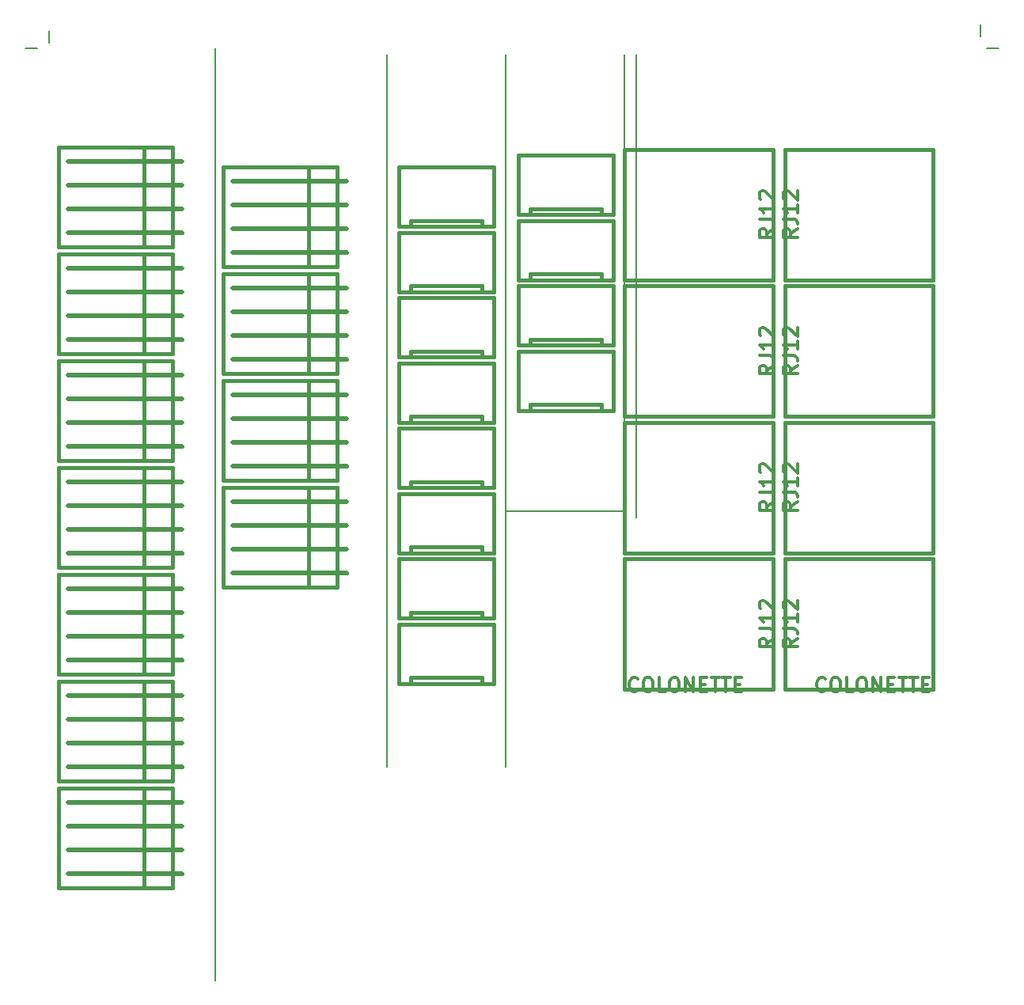
<source format=gto>
G04 #@! TF.FileFunction,Legend,Top*
%FSLAX46Y46*%
G04 Gerber Fmt 4.6, Leading zero omitted, Abs format (unit mm)*
G04 Created by KiCad (PCBNEW 4.0.5+dfsg1-4) date Tue Nov 20 18:09:02 2018*
%MOMM*%
%LPD*%
G01*
G04 APERTURE LIST*
%ADD10C,0.100000*%
%ADD11C,0.200000*%
%ADD12C,0.381000*%
%ADD13C,0.508000*%
%ADD14C,0.304800*%
G04 APERTURE END LIST*
D10*
D11*
X149225000Y-97218500D02*
X149225000Y-47625000D01*
X186690000Y-46990000D02*
X187960000Y-46990000D01*
X186055000Y-45720000D02*
X186055000Y-44450000D01*
X83820000Y-46990000D02*
X85090000Y-46990000D01*
X86360000Y-45085000D02*
X86360000Y-46355000D01*
X147955000Y-96520000D02*
X147955000Y-47625000D01*
X147955000Y-96520000D02*
X135255000Y-96520000D01*
X135255000Y-123825000D02*
X135255000Y-47625000D01*
X122555000Y-123825000D02*
X122555000Y-47625000D01*
X104140000Y-46990000D02*
X104140000Y-146685000D01*
D12*
X137858500Y-78740000D02*
X137858500Y-78105000D01*
X137858500Y-78105000D02*
X145478500Y-78105000D01*
X145478500Y-78105000D02*
X145478500Y-78740000D01*
X146748500Y-72390000D02*
X136588500Y-72390000D01*
X136588500Y-72390000D02*
X136588500Y-78740000D01*
X136588500Y-78740000D02*
X146748500Y-78740000D01*
X146748500Y-78740000D02*
X146748500Y-72390000D01*
X137858500Y-64770000D02*
X137858500Y-64135000D01*
X137858500Y-64135000D02*
X145478500Y-64135000D01*
X145478500Y-64135000D02*
X145478500Y-64770000D01*
X146748500Y-58420000D02*
X136588500Y-58420000D01*
X136588500Y-58420000D02*
X136588500Y-64770000D01*
X136588500Y-64770000D02*
X146748500Y-64770000D01*
X146748500Y-64770000D02*
X146748500Y-58420000D01*
X137858500Y-85725000D02*
X137858500Y-85090000D01*
X137858500Y-85090000D02*
X145478500Y-85090000D01*
X145478500Y-85090000D02*
X145478500Y-85725000D01*
X146748500Y-79375000D02*
X136588500Y-79375000D01*
X136588500Y-79375000D02*
X136588500Y-85725000D01*
X136588500Y-85725000D02*
X146748500Y-85725000D01*
X146748500Y-85725000D02*
X146748500Y-79375000D01*
X137858500Y-71755000D02*
X137858500Y-71120000D01*
X137858500Y-71120000D02*
X145478500Y-71120000D01*
X145478500Y-71120000D02*
X145478500Y-71755000D01*
X146748500Y-65405000D02*
X136588500Y-65405000D01*
X136588500Y-65405000D02*
X136588500Y-71755000D01*
X136588500Y-71755000D02*
X146748500Y-71755000D01*
X146748500Y-71755000D02*
X146748500Y-65405000D01*
X125031500Y-114935000D02*
X125031500Y-114300000D01*
X125031500Y-114300000D02*
X132651500Y-114300000D01*
X132651500Y-114300000D02*
X132651500Y-114935000D01*
X133921500Y-108585000D02*
X123761500Y-108585000D01*
X123761500Y-108585000D02*
X123761500Y-114935000D01*
X123761500Y-114935000D02*
X133921500Y-114935000D01*
X133921500Y-114935000D02*
X133921500Y-108585000D01*
X125031500Y-107950000D02*
X125031500Y-107315000D01*
X125031500Y-107315000D02*
X132651500Y-107315000D01*
X132651500Y-107315000D02*
X132651500Y-107950000D01*
X133921500Y-101600000D02*
X123761500Y-101600000D01*
X123761500Y-101600000D02*
X123761500Y-107950000D01*
X123761500Y-107950000D02*
X133921500Y-107950000D01*
X133921500Y-107950000D02*
X133921500Y-101600000D01*
X125031500Y-100965000D02*
X125031500Y-100330000D01*
X125031500Y-100330000D02*
X132651500Y-100330000D01*
X132651500Y-100330000D02*
X132651500Y-100965000D01*
X133921500Y-94615000D02*
X123761500Y-94615000D01*
X123761500Y-94615000D02*
X123761500Y-100965000D01*
X123761500Y-100965000D02*
X133921500Y-100965000D01*
X133921500Y-100965000D02*
X133921500Y-94615000D01*
X125031500Y-66040000D02*
X125031500Y-65405000D01*
X125031500Y-65405000D02*
X132651500Y-65405000D01*
X132651500Y-65405000D02*
X132651500Y-66040000D01*
X133921500Y-59690000D02*
X123761500Y-59690000D01*
X123761500Y-59690000D02*
X123761500Y-66040000D01*
X123761500Y-66040000D02*
X133921500Y-66040000D01*
X133921500Y-66040000D02*
X133921500Y-59690000D01*
X125031500Y-93980000D02*
X125031500Y-93345000D01*
X125031500Y-93345000D02*
X132651500Y-93345000D01*
X132651500Y-93345000D02*
X132651500Y-93980000D01*
X133921500Y-87630000D02*
X123761500Y-87630000D01*
X123761500Y-87630000D02*
X123761500Y-93980000D01*
X123761500Y-93980000D02*
X133921500Y-93980000D01*
X133921500Y-93980000D02*
X133921500Y-87630000D01*
X125031500Y-73025000D02*
X125031500Y-72390000D01*
X125031500Y-72390000D02*
X132651500Y-72390000D01*
X132651500Y-72390000D02*
X132651500Y-73025000D01*
X133921500Y-66675000D02*
X123761500Y-66675000D01*
X123761500Y-66675000D02*
X123761500Y-73025000D01*
X123761500Y-73025000D02*
X133921500Y-73025000D01*
X133921500Y-73025000D02*
X133921500Y-66675000D01*
X125031500Y-86995000D02*
X125031500Y-86360000D01*
X125031500Y-86360000D02*
X132651500Y-86360000D01*
X132651500Y-86360000D02*
X132651500Y-86995000D01*
X133921500Y-80645000D02*
X123761500Y-80645000D01*
X123761500Y-80645000D02*
X123761500Y-86995000D01*
X123761500Y-86995000D02*
X133921500Y-86995000D01*
X133921500Y-86995000D02*
X133921500Y-80645000D01*
X125031500Y-80010000D02*
X125031500Y-79375000D01*
X125031500Y-79375000D02*
X132651500Y-79375000D01*
X132651500Y-79375000D02*
X132651500Y-80010000D01*
X133921500Y-73660000D02*
X123761500Y-73660000D01*
X123761500Y-73660000D02*
X123761500Y-80010000D01*
X123761500Y-80010000D02*
X133921500Y-80010000D01*
X133921500Y-80010000D02*
X133921500Y-73660000D01*
D13*
X118237000Y-103124000D02*
X106045000Y-103124000D01*
X107569000Y-100584000D02*
X106045000Y-100584000D01*
X106553000Y-95504000D02*
X106045000Y-95504000D01*
X118237000Y-95504000D02*
X106553000Y-95504000D01*
X118237000Y-98044000D02*
X106045000Y-98044000D01*
X118237000Y-100584000D02*
X107569000Y-100584000D01*
D12*
X116713000Y-103124000D02*
X107569000Y-103124000D01*
X118237000Y-103124000D02*
X117221000Y-103124000D01*
X117221000Y-93980000D02*
X117221000Y-94996000D01*
X114173000Y-93980000D02*
X114173000Y-94996000D01*
X117221000Y-93980000D02*
X105029000Y-93980000D01*
X117221000Y-104648000D02*
X105029000Y-104648000D01*
X105029000Y-104648000D02*
X105029000Y-94488000D01*
X105029000Y-94488000D02*
X105029000Y-93980000D01*
X114173000Y-104394000D02*
X114173000Y-94361000D01*
X117221000Y-94361000D02*
X117221000Y-104394000D01*
D13*
X118237000Y-91694000D02*
X106045000Y-91694000D01*
X107569000Y-89154000D02*
X106045000Y-89154000D01*
X106553000Y-84074000D02*
X106045000Y-84074000D01*
X118237000Y-84074000D02*
X106553000Y-84074000D01*
X118237000Y-86614000D02*
X106045000Y-86614000D01*
X118237000Y-89154000D02*
X107569000Y-89154000D01*
D12*
X116713000Y-91694000D02*
X107569000Y-91694000D01*
X118237000Y-91694000D02*
X117221000Y-91694000D01*
X117221000Y-82550000D02*
X117221000Y-83566000D01*
X114173000Y-82550000D02*
X114173000Y-83566000D01*
X117221000Y-82550000D02*
X105029000Y-82550000D01*
X117221000Y-93218000D02*
X105029000Y-93218000D01*
X105029000Y-93218000D02*
X105029000Y-83058000D01*
X105029000Y-83058000D02*
X105029000Y-82550000D01*
X114173000Y-92964000D02*
X114173000Y-82931000D01*
X117221000Y-82931000D02*
X117221000Y-92964000D01*
D13*
X118237000Y-80264000D02*
X106045000Y-80264000D01*
X107569000Y-77724000D02*
X106045000Y-77724000D01*
X106553000Y-72644000D02*
X106045000Y-72644000D01*
X118237000Y-72644000D02*
X106553000Y-72644000D01*
X118237000Y-75184000D02*
X106045000Y-75184000D01*
X118237000Y-77724000D02*
X107569000Y-77724000D01*
D12*
X116713000Y-80264000D02*
X107569000Y-80264000D01*
X118237000Y-80264000D02*
X117221000Y-80264000D01*
X117221000Y-71120000D02*
X117221000Y-72136000D01*
X114173000Y-71120000D02*
X114173000Y-72136000D01*
X117221000Y-71120000D02*
X105029000Y-71120000D01*
X117221000Y-81788000D02*
X105029000Y-81788000D01*
X105029000Y-81788000D02*
X105029000Y-71628000D01*
X105029000Y-71628000D02*
X105029000Y-71120000D01*
X114173000Y-81534000D02*
X114173000Y-71501000D01*
X117221000Y-71501000D02*
X117221000Y-81534000D01*
D13*
X118237000Y-68834000D02*
X106045000Y-68834000D01*
X107569000Y-66294000D02*
X106045000Y-66294000D01*
X106553000Y-61214000D02*
X106045000Y-61214000D01*
X118237000Y-61214000D02*
X106553000Y-61214000D01*
X118237000Y-63754000D02*
X106045000Y-63754000D01*
X118237000Y-66294000D02*
X107569000Y-66294000D01*
D12*
X116713000Y-68834000D02*
X107569000Y-68834000D01*
X118237000Y-68834000D02*
X117221000Y-68834000D01*
X117221000Y-59690000D02*
X117221000Y-60706000D01*
X114173000Y-59690000D02*
X114173000Y-60706000D01*
X117221000Y-59690000D02*
X105029000Y-59690000D01*
X117221000Y-70358000D02*
X105029000Y-70358000D01*
X105029000Y-70358000D02*
X105029000Y-60198000D01*
X105029000Y-60198000D02*
X105029000Y-59690000D01*
X114173000Y-70104000D02*
X114173000Y-60071000D01*
X117221000Y-60071000D02*
X117221000Y-70104000D01*
D13*
X100584000Y-100965000D02*
X88392000Y-100965000D01*
X89916000Y-98425000D02*
X88392000Y-98425000D01*
X88900000Y-93345000D02*
X88392000Y-93345000D01*
X100584000Y-93345000D02*
X88900000Y-93345000D01*
X100584000Y-95885000D02*
X88392000Y-95885000D01*
X100584000Y-98425000D02*
X89916000Y-98425000D01*
D12*
X99060000Y-100965000D02*
X89916000Y-100965000D01*
X100584000Y-100965000D02*
X99568000Y-100965000D01*
X99568000Y-91821000D02*
X99568000Y-92837000D01*
X96520000Y-91821000D02*
X96520000Y-92837000D01*
X99568000Y-91821000D02*
X87376000Y-91821000D01*
X99568000Y-102489000D02*
X87376000Y-102489000D01*
X87376000Y-102489000D02*
X87376000Y-92329000D01*
X87376000Y-92329000D02*
X87376000Y-91821000D01*
X96520000Y-102235000D02*
X96520000Y-92202000D01*
X99568000Y-92202000D02*
X99568000Y-102235000D01*
D13*
X100584000Y-66675000D02*
X88392000Y-66675000D01*
X89916000Y-64135000D02*
X88392000Y-64135000D01*
X88900000Y-59055000D02*
X88392000Y-59055000D01*
X100584000Y-59055000D02*
X88900000Y-59055000D01*
X100584000Y-61595000D02*
X88392000Y-61595000D01*
X100584000Y-64135000D02*
X89916000Y-64135000D01*
D12*
X99060000Y-66675000D02*
X89916000Y-66675000D01*
X100584000Y-66675000D02*
X99568000Y-66675000D01*
X99568000Y-57531000D02*
X99568000Y-58547000D01*
X96520000Y-57531000D02*
X96520000Y-58547000D01*
X99568000Y-57531000D02*
X87376000Y-57531000D01*
X99568000Y-68199000D02*
X87376000Y-68199000D01*
X87376000Y-68199000D02*
X87376000Y-58039000D01*
X87376000Y-58039000D02*
X87376000Y-57531000D01*
X96520000Y-67945000D02*
X96520000Y-57912000D01*
X99568000Y-57912000D02*
X99568000Y-67945000D01*
D13*
X100584000Y-89535000D02*
X88392000Y-89535000D01*
X89916000Y-86995000D02*
X88392000Y-86995000D01*
X88900000Y-81915000D02*
X88392000Y-81915000D01*
X100584000Y-81915000D02*
X88900000Y-81915000D01*
X100584000Y-84455000D02*
X88392000Y-84455000D01*
X100584000Y-86995000D02*
X89916000Y-86995000D01*
D12*
X99060000Y-89535000D02*
X89916000Y-89535000D01*
X100584000Y-89535000D02*
X99568000Y-89535000D01*
X99568000Y-80391000D02*
X99568000Y-81407000D01*
X96520000Y-80391000D02*
X96520000Y-81407000D01*
X99568000Y-80391000D02*
X87376000Y-80391000D01*
X99568000Y-91059000D02*
X87376000Y-91059000D01*
X87376000Y-91059000D02*
X87376000Y-80899000D01*
X87376000Y-80899000D02*
X87376000Y-80391000D01*
X96520000Y-90805000D02*
X96520000Y-80772000D01*
X99568000Y-80772000D02*
X99568000Y-90805000D01*
D13*
X100584000Y-78105000D02*
X88392000Y-78105000D01*
X89916000Y-75565000D02*
X88392000Y-75565000D01*
X88900000Y-70485000D02*
X88392000Y-70485000D01*
X100584000Y-70485000D02*
X88900000Y-70485000D01*
X100584000Y-73025000D02*
X88392000Y-73025000D01*
X100584000Y-75565000D02*
X89916000Y-75565000D01*
D12*
X99060000Y-78105000D02*
X89916000Y-78105000D01*
X100584000Y-78105000D02*
X99568000Y-78105000D01*
X99568000Y-68961000D02*
X99568000Y-69977000D01*
X96520000Y-68961000D02*
X96520000Y-69977000D01*
X99568000Y-68961000D02*
X87376000Y-68961000D01*
X99568000Y-79629000D02*
X87376000Y-79629000D01*
X87376000Y-79629000D02*
X87376000Y-69469000D01*
X87376000Y-69469000D02*
X87376000Y-68961000D01*
X96520000Y-79375000D02*
X96520000Y-69342000D01*
X99568000Y-69342000D02*
X99568000Y-79375000D01*
D13*
X100584000Y-123825000D02*
X88392000Y-123825000D01*
X89916000Y-121285000D02*
X88392000Y-121285000D01*
X88900000Y-116205000D02*
X88392000Y-116205000D01*
X100584000Y-116205000D02*
X88900000Y-116205000D01*
X100584000Y-118745000D02*
X88392000Y-118745000D01*
X100584000Y-121285000D02*
X89916000Y-121285000D01*
D12*
X99060000Y-123825000D02*
X89916000Y-123825000D01*
X100584000Y-123825000D02*
X99568000Y-123825000D01*
X99568000Y-114681000D02*
X99568000Y-115697000D01*
X96520000Y-114681000D02*
X96520000Y-115697000D01*
X99568000Y-114681000D02*
X87376000Y-114681000D01*
X99568000Y-125349000D02*
X87376000Y-125349000D01*
X87376000Y-125349000D02*
X87376000Y-115189000D01*
X87376000Y-115189000D02*
X87376000Y-114681000D01*
X96520000Y-125095000D02*
X96520000Y-115062000D01*
X99568000Y-115062000D02*
X99568000Y-125095000D01*
D13*
X100584000Y-135255000D02*
X88392000Y-135255000D01*
X89916000Y-132715000D02*
X88392000Y-132715000D01*
X88900000Y-127635000D02*
X88392000Y-127635000D01*
X100584000Y-127635000D02*
X88900000Y-127635000D01*
X100584000Y-130175000D02*
X88392000Y-130175000D01*
X100584000Y-132715000D02*
X89916000Y-132715000D01*
D12*
X99060000Y-135255000D02*
X89916000Y-135255000D01*
X100584000Y-135255000D02*
X99568000Y-135255000D01*
X99568000Y-126111000D02*
X99568000Y-127127000D01*
X96520000Y-126111000D02*
X96520000Y-127127000D01*
X99568000Y-126111000D02*
X87376000Y-126111000D01*
X99568000Y-136779000D02*
X87376000Y-136779000D01*
X87376000Y-136779000D02*
X87376000Y-126619000D01*
X87376000Y-126619000D02*
X87376000Y-126111000D01*
X96520000Y-136525000D02*
X96520000Y-126492000D01*
X99568000Y-126492000D02*
X99568000Y-136525000D01*
D13*
X100584000Y-112395000D02*
X88392000Y-112395000D01*
X89916000Y-109855000D02*
X88392000Y-109855000D01*
X88900000Y-104775000D02*
X88392000Y-104775000D01*
X100584000Y-104775000D02*
X88900000Y-104775000D01*
X100584000Y-107315000D02*
X88392000Y-107315000D01*
X100584000Y-109855000D02*
X89916000Y-109855000D01*
D12*
X99060000Y-112395000D02*
X89916000Y-112395000D01*
X100584000Y-112395000D02*
X99568000Y-112395000D01*
X99568000Y-103251000D02*
X99568000Y-104267000D01*
X96520000Y-103251000D02*
X96520000Y-104267000D01*
X99568000Y-103251000D02*
X87376000Y-103251000D01*
X99568000Y-113919000D02*
X87376000Y-113919000D01*
X87376000Y-113919000D02*
X87376000Y-103759000D01*
X87376000Y-103759000D02*
X87376000Y-103251000D01*
X96520000Y-113665000D02*
X96520000Y-103632000D01*
X99568000Y-103632000D02*
X99568000Y-113665000D01*
X163830000Y-115570000D02*
X147955000Y-115570000D01*
X147955000Y-115570000D02*
X147955000Y-101600000D01*
X147955000Y-101600000D02*
X163830000Y-101600000D01*
X163830000Y-101600000D02*
X163830000Y-115570000D01*
X165100000Y-101600000D02*
X180975000Y-101600000D01*
X180975000Y-101600000D02*
X180975000Y-115570000D01*
X180975000Y-115570000D02*
X165100000Y-115570000D01*
X165100000Y-115570000D02*
X165100000Y-101600000D01*
X163830000Y-100965000D02*
X147955000Y-100965000D01*
X147955000Y-100965000D02*
X147955000Y-86995000D01*
X147955000Y-86995000D02*
X163830000Y-86995000D01*
X163830000Y-86995000D02*
X163830000Y-100965000D01*
X165100000Y-86995000D02*
X180975000Y-86995000D01*
X180975000Y-86995000D02*
X180975000Y-100965000D01*
X180975000Y-100965000D02*
X165100000Y-100965000D01*
X165100000Y-100965000D02*
X165100000Y-86995000D01*
X163830000Y-86360000D02*
X147955000Y-86360000D01*
X147955000Y-86360000D02*
X147955000Y-72390000D01*
X147955000Y-72390000D02*
X163830000Y-72390000D01*
X163830000Y-72390000D02*
X163830000Y-86360000D01*
X165100000Y-72390000D02*
X180975000Y-72390000D01*
X180975000Y-72390000D02*
X180975000Y-86360000D01*
X180975000Y-86360000D02*
X165100000Y-86360000D01*
X165100000Y-86360000D02*
X165100000Y-72390000D01*
X163830000Y-71755000D02*
X147955000Y-71755000D01*
X147955000Y-71755000D02*
X147955000Y-57785000D01*
X147955000Y-57785000D02*
X163830000Y-57785000D01*
X163830000Y-57785000D02*
X163830000Y-71755000D01*
X165100000Y-57785000D02*
X180975000Y-57785000D01*
X180975000Y-57785000D02*
X180975000Y-71755000D01*
X180975000Y-71755000D02*
X165100000Y-71755000D01*
X165100000Y-71755000D02*
X165100000Y-57785000D01*
D14*
X149352001Y-115669786D02*
X149279430Y-115742357D01*
X149061716Y-115814929D01*
X148916573Y-115814929D01*
X148698858Y-115742357D01*
X148553716Y-115597214D01*
X148481144Y-115452071D01*
X148408573Y-115161786D01*
X148408573Y-114944071D01*
X148481144Y-114653786D01*
X148553716Y-114508643D01*
X148698858Y-114363500D01*
X148916573Y-114290929D01*
X149061716Y-114290929D01*
X149279430Y-114363500D01*
X149352001Y-114436071D01*
X150295430Y-114290929D02*
X150585716Y-114290929D01*
X150730858Y-114363500D01*
X150876001Y-114508643D01*
X150948573Y-114798929D01*
X150948573Y-115306929D01*
X150876001Y-115597214D01*
X150730858Y-115742357D01*
X150585716Y-115814929D01*
X150295430Y-115814929D01*
X150150287Y-115742357D01*
X150005144Y-115597214D01*
X149932573Y-115306929D01*
X149932573Y-114798929D01*
X150005144Y-114508643D01*
X150150287Y-114363500D01*
X150295430Y-114290929D01*
X152327429Y-115814929D02*
X151601715Y-115814929D01*
X151601715Y-114290929D01*
X153125715Y-114290929D02*
X153416001Y-114290929D01*
X153561143Y-114363500D01*
X153706286Y-114508643D01*
X153778858Y-114798929D01*
X153778858Y-115306929D01*
X153706286Y-115597214D01*
X153561143Y-115742357D01*
X153416001Y-115814929D01*
X153125715Y-115814929D01*
X152980572Y-115742357D01*
X152835429Y-115597214D01*
X152762858Y-115306929D01*
X152762858Y-114798929D01*
X152835429Y-114508643D01*
X152980572Y-114363500D01*
X153125715Y-114290929D01*
X154432000Y-115814929D02*
X154432000Y-114290929D01*
X155302857Y-115814929D01*
X155302857Y-114290929D01*
X156028571Y-115016643D02*
X156536571Y-115016643D01*
X156754285Y-115814929D02*
X156028571Y-115814929D01*
X156028571Y-114290929D01*
X156754285Y-114290929D01*
X157189714Y-114290929D02*
X158060571Y-114290929D01*
X157625142Y-115814929D02*
X157625142Y-114290929D01*
X158350857Y-114290929D02*
X159221714Y-114290929D01*
X158786285Y-115814929D02*
X158786285Y-114290929D01*
X159729714Y-115016643D02*
X160237714Y-115016643D01*
X160455428Y-115814929D02*
X159729714Y-115814929D01*
X159729714Y-114290929D01*
X160455428Y-114290929D01*
X169418001Y-115669786D02*
X169345430Y-115742357D01*
X169127716Y-115814929D01*
X168982573Y-115814929D01*
X168764858Y-115742357D01*
X168619716Y-115597214D01*
X168547144Y-115452071D01*
X168474573Y-115161786D01*
X168474573Y-114944071D01*
X168547144Y-114653786D01*
X168619716Y-114508643D01*
X168764858Y-114363500D01*
X168982573Y-114290929D01*
X169127716Y-114290929D01*
X169345430Y-114363500D01*
X169418001Y-114436071D01*
X170361430Y-114290929D02*
X170651716Y-114290929D01*
X170796858Y-114363500D01*
X170942001Y-114508643D01*
X171014573Y-114798929D01*
X171014573Y-115306929D01*
X170942001Y-115597214D01*
X170796858Y-115742357D01*
X170651716Y-115814929D01*
X170361430Y-115814929D01*
X170216287Y-115742357D01*
X170071144Y-115597214D01*
X169998573Y-115306929D01*
X169998573Y-114798929D01*
X170071144Y-114508643D01*
X170216287Y-114363500D01*
X170361430Y-114290929D01*
X172393429Y-115814929D02*
X171667715Y-115814929D01*
X171667715Y-114290929D01*
X173191715Y-114290929D02*
X173482001Y-114290929D01*
X173627143Y-114363500D01*
X173772286Y-114508643D01*
X173844858Y-114798929D01*
X173844858Y-115306929D01*
X173772286Y-115597214D01*
X173627143Y-115742357D01*
X173482001Y-115814929D01*
X173191715Y-115814929D01*
X173046572Y-115742357D01*
X172901429Y-115597214D01*
X172828858Y-115306929D01*
X172828858Y-114798929D01*
X172901429Y-114508643D01*
X173046572Y-114363500D01*
X173191715Y-114290929D01*
X174498000Y-115814929D02*
X174498000Y-114290929D01*
X175368857Y-115814929D01*
X175368857Y-114290929D01*
X176094571Y-115016643D02*
X176602571Y-115016643D01*
X176820285Y-115814929D02*
X176094571Y-115814929D01*
X176094571Y-114290929D01*
X176820285Y-114290929D01*
X177255714Y-114290929D02*
X178126571Y-114290929D01*
X177691142Y-115814929D02*
X177691142Y-114290929D01*
X178416857Y-114290929D02*
X179287714Y-114290929D01*
X178852285Y-115814929D02*
X178852285Y-114290929D01*
X179795714Y-115016643D02*
X180303714Y-115016643D01*
X180521428Y-115814929D02*
X179795714Y-115814929D01*
X179795714Y-114290929D01*
X180521428Y-114290929D01*
X166424429Y-110145286D02*
X165698714Y-110653286D01*
X166424429Y-111016143D02*
X164900429Y-111016143D01*
X164900429Y-110435571D01*
X164973000Y-110290429D01*
X165045571Y-110217857D01*
X165190714Y-110145286D01*
X165408429Y-110145286D01*
X165553571Y-110217857D01*
X165626143Y-110290429D01*
X165698714Y-110435571D01*
X165698714Y-111016143D01*
X164900429Y-109056714D02*
X165989000Y-109056714D01*
X166206714Y-109129286D01*
X166351857Y-109274429D01*
X166424429Y-109492143D01*
X166424429Y-109637286D01*
X166424429Y-107532714D02*
X166424429Y-108403571D01*
X166424429Y-107968143D02*
X164900429Y-107968143D01*
X165118143Y-108113286D01*
X165263286Y-108258428D01*
X165335857Y-108403571D01*
X165045571Y-106952142D02*
X164973000Y-106879571D01*
X164900429Y-106734428D01*
X164900429Y-106371571D01*
X164973000Y-106226428D01*
X165045571Y-106153857D01*
X165190714Y-106081285D01*
X165335857Y-106081285D01*
X165553571Y-106153857D01*
X166424429Y-107024714D01*
X166424429Y-106081285D01*
X163884429Y-110145286D02*
X163158714Y-110653286D01*
X163884429Y-111016143D02*
X162360429Y-111016143D01*
X162360429Y-110435571D01*
X162433000Y-110290429D01*
X162505571Y-110217857D01*
X162650714Y-110145286D01*
X162868429Y-110145286D01*
X163013571Y-110217857D01*
X163086143Y-110290429D01*
X163158714Y-110435571D01*
X163158714Y-111016143D01*
X162360429Y-109056714D02*
X163449000Y-109056714D01*
X163666714Y-109129286D01*
X163811857Y-109274429D01*
X163884429Y-109492143D01*
X163884429Y-109637286D01*
X163884429Y-107532714D02*
X163884429Y-108403571D01*
X163884429Y-107968143D02*
X162360429Y-107968143D01*
X162578143Y-108113286D01*
X162723286Y-108258428D01*
X162795857Y-108403571D01*
X162505571Y-106952142D02*
X162433000Y-106879571D01*
X162360429Y-106734428D01*
X162360429Y-106371571D01*
X162433000Y-106226428D01*
X162505571Y-106153857D01*
X162650714Y-106081285D01*
X162795857Y-106081285D01*
X163013571Y-106153857D01*
X163884429Y-107024714D01*
X163884429Y-106081285D01*
X166424429Y-95540286D02*
X165698714Y-96048286D01*
X166424429Y-96411143D02*
X164900429Y-96411143D01*
X164900429Y-95830571D01*
X164973000Y-95685429D01*
X165045571Y-95612857D01*
X165190714Y-95540286D01*
X165408429Y-95540286D01*
X165553571Y-95612857D01*
X165626143Y-95685429D01*
X165698714Y-95830571D01*
X165698714Y-96411143D01*
X164900429Y-94451714D02*
X165989000Y-94451714D01*
X166206714Y-94524286D01*
X166351857Y-94669429D01*
X166424429Y-94887143D01*
X166424429Y-95032286D01*
X166424429Y-92927714D02*
X166424429Y-93798571D01*
X166424429Y-93363143D02*
X164900429Y-93363143D01*
X165118143Y-93508286D01*
X165263286Y-93653428D01*
X165335857Y-93798571D01*
X165045571Y-92347142D02*
X164973000Y-92274571D01*
X164900429Y-92129428D01*
X164900429Y-91766571D01*
X164973000Y-91621428D01*
X165045571Y-91548857D01*
X165190714Y-91476285D01*
X165335857Y-91476285D01*
X165553571Y-91548857D01*
X166424429Y-92419714D01*
X166424429Y-91476285D01*
X163884429Y-95540286D02*
X163158714Y-96048286D01*
X163884429Y-96411143D02*
X162360429Y-96411143D01*
X162360429Y-95830571D01*
X162433000Y-95685429D01*
X162505571Y-95612857D01*
X162650714Y-95540286D01*
X162868429Y-95540286D01*
X163013571Y-95612857D01*
X163086143Y-95685429D01*
X163158714Y-95830571D01*
X163158714Y-96411143D01*
X162360429Y-94451714D02*
X163449000Y-94451714D01*
X163666714Y-94524286D01*
X163811857Y-94669429D01*
X163884429Y-94887143D01*
X163884429Y-95032286D01*
X163884429Y-92927714D02*
X163884429Y-93798571D01*
X163884429Y-93363143D02*
X162360429Y-93363143D01*
X162578143Y-93508286D01*
X162723286Y-93653428D01*
X162795857Y-93798571D01*
X162505571Y-92347142D02*
X162433000Y-92274571D01*
X162360429Y-92129428D01*
X162360429Y-91766571D01*
X162433000Y-91621428D01*
X162505571Y-91548857D01*
X162650714Y-91476285D01*
X162795857Y-91476285D01*
X163013571Y-91548857D01*
X163884429Y-92419714D01*
X163884429Y-91476285D01*
X166424429Y-80935286D02*
X165698714Y-81443286D01*
X166424429Y-81806143D02*
X164900429Y-81806143D01*
X164900429Y-81225571D01*
X164973000Y-81080429D01*
X165045571Y-81007857D01*
X165190714Y-80935286D01*
X165408429Y-80935286D01*
X165553571Y-81007857D01*
X165626143Y-81080429D01*
X165698714Y-81225571D01*
X165698714Y-81806143D01*
X164900429Y-79846714D02*
X165989000Y-79846714D01*
X166206714Y-79919286D01*
X166351857Y-80064429D01*
X166424429Y-80282143D01*
X166424429Y-80427286D01*
X166424429Y-78322714D02*
X166424429Y-79193571D01*
X166424429Y-78758143D02*
X164900429Y-78758143D01*
X165118143Y-78903286D01*
X165263286Y-79048428D01*
X165335857Y-79193571D01*
X165045571Y-77742142D02*
X164973000Y-77669571D01*
X164900429Y-77524428D01*
X164900429Y-77161571D01*
X164973000Y-77016428D01*
X165045571Y-76943857D01*
X165190714Y-76871285D01*
X165335857Y-76871285D01*
X165553571Y-76943857D01*
X166424429Y-77814714D01*
X166424429Y-76871285D01*
X163884429Y-80935286D02*
X163158714Y-81443286D01*
X163884429Y-81806143D02*
X162360429Y-81806143D01*
X162360429Y-81225571D01*
X162433000Y-81080429D01*
X162505571Y-81007857D01*
X162650714Y-80935286D01*
X162868429Y-80935286D01*
X163013571Y-81007857D01*
X163086143Y-81080429D01*
X163158714Y-81225571D01*
X163158714Y-81806143D01*
X162360429Y-79846714D02*
X163449000Y-79846714D01*
X163666714Y-79919286D01*
X163811857Y-80064429D01*
X163884429Y-80282143D01*
X163884429Y-80427286D01*
X163884429Y-78322714D02*
X163884429Y-79193571D01*
X163884429Y-78758143D02*
X162360429Y-78758143D01*
X162578143Y-78903286D01*
X162723286Y-79048428D01*
X162795857Y-79193571D01*
X162505571Y-77742142D02*
X162433000Y-77669571D01*
X162360429Y-77524428D01*
X162360429Y-77161571D01*
X162433000Y-77016428D01*
X162505571Y-76943857D01*
X162650714Y-76871285D01*
X162795857Y-76871285D01*
X163013571Y-76943857D01*
X163884429Y-77814714D01*
X163884429Y-76871285D01*
X166424429Y-66330286D02*
X165698714Y-66838286D01*
X166424429Y-67201143D02*
X164900429Y-67201143D01*
X164900429Y-66620571D01*
X164973000Y-66475429D01*
X165045571Y-66402857D01*
X165190714Y-66330286D01*
X165408429Y-66330286D01*
X165553571Y-66402857D01*
X165626143Y-66475429D01*
X165698714Y-66620571D01*
X165698714Y-67201143D01*
X164900429Y-65241714D02*
X165989000Y-65241714D01*
X166206714Y-65314286D01*
X166351857Y-65459429D01*
X166424429Y-65677143D01*
X166424429Y-65822286D01*
X166424429Y-63717714D02*
X166424429Y-64588571D01*
X166424429Y-64153143D02*
X164900429Y-64153143D01*
X165118143Y-64298286D01*
X165263286Y-64443428D01*
X165335857Y-64588571D01*
X165045571Y-63137142D02*
X164973000Y-63064571D01*
X164900429Y-62919428D01*
X164900429Y-62556571D01*
X164973000Y-62411428D01*
X165045571Y-62338857D01*
X165190714Y-62266285D01*
X165335857Y-62266285D01*
X165553571Y-62338857D01*
X166424429Y-63209714D01*
X166424429Y-62266285D01*
X163884429Y-66330286D02*
X163158714Y-66838286D01*
X163884429Y-67201143D02*
X162360429Y-67201143D01*
X162360429Y-66620571D01*
X162433000Y-66475429D01*
X162505571Y-66402857D01*
X162650714Y-66330286D01*
X162868429Y-66330286D01*
X163013571Y-66402857D01*
X163086143Y-66475429D01*
X163158714Y-66620571D01*
X163158714Y-67201143D01*
X162360429Y-65241714D02*
X163449000Y-65241714D01*
X163666714Y-65314286D01*
X163811857Y-65459429D01*
X163884429Y-65677143D01*
X163884429Y-65822286D01*
X163884429Y-63717714D02*
X163884429Y-64588571D01*
X163884429Y-64153143D02*
X162360429Y-64153143D01*
X162578143Y-64298286D01*
X162723286Y-64443428D01*
X162795857Y-64588571D01*
X162505571Y-63137142D02*
X162433000Y-63064571D01*
X162360429Y-62919428D01*
X162360429Y-62556571D01*
X162433000Y-62411428D01*
X162505571Y-62338857D01*
X162650714Y-62266285D01*
X162795857Y-62266285D01*
X163013571Y-62338857D01*
X163884429Y-63209714D01*
X163884429Y-62266285D01*
M02*

</source>
